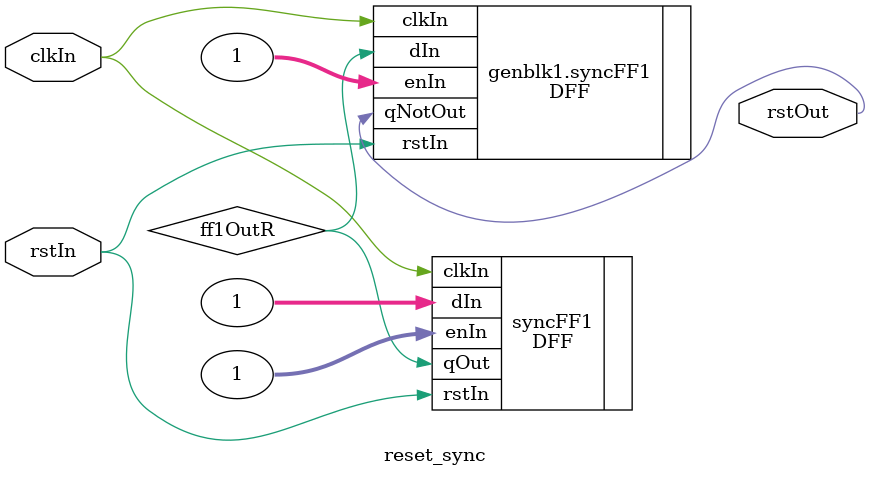
<source format=v>
/* Module Name: reset_sync.v
   Author:      Jak Huyen
   Description: Reset Synchronizer
   Notes:       A reset synchronizer that creates an asynchronous assert, synchronous deassert reset output.
                Made to combat the disadvantages of solely asynchronous or soley synchronous reset.
*/

module reset_sync #(parameter RST_IN_POLARITY = 1'b0, parameter RST_OUT_POLARITY = 1'b1) (
  input clkIn,
  input rstIn,
  output rstOut
);

  wire ff1OutR;

  DFF #(.RST_POLARITY(RST_IN_POLARITY)) syncFF1 (.clkIn(clkIn), .rstIn(rstIn), .enIn(1), .dIn(1), .qOut(ff1OutR));

  if (RST_OUT_POLARITY == 1) begin
    DFF #(.RST_POLARITY(RST_IN_POLARITY)) syncFF1 (.clkIn(clkIn), .rstIn(rstIn), .enIn(1), .dIn(ff1OutR), .qNotOut(rstOut));
  end

  else if (RST_OUT_POLARITY == 0) begin
    DFF #(.RST_POLARITY(RST_IN_POLARITY)) syncFF1 (.clkIn(clkIn), .rstIn(rstIn), .enIn(1), .dIn(ff1OutR), .qOut(rstOut));
  end

endmodule
</source>
